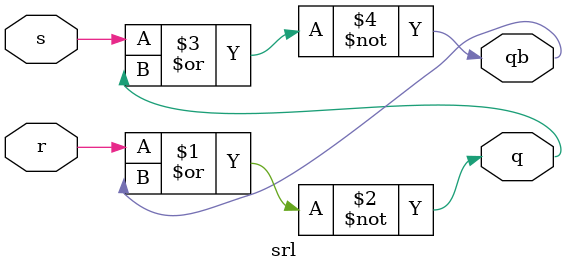
<source format=v>
module srl(input s,r,output q,qb);
assign q = ~(r | qb);
assign qb = ~( s | q);
endmodule

</source>
